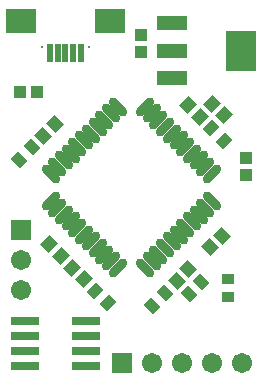
<source format=gts>
G04 Layer_Color=8388736*
%FSLAX25Y25*%
%MOIN*%
G70*
G01*
G75*
%ADD41R,0.10249X0.04737*%
%ADD42R,0.10249X0.13792*%
%ADD43R,0.09461X0.03162*%
G04:AMPARAMS|DCode=44|XSize=29.65mil|YSize=76.9mil|CornerRadius=0mil|HoleSize=0mil|Usage=FLASHONLY|Rotation=135.000|XOffset=0mil|YOffset=0mil|HoleType=Round|Shape=Round|*
%AMOVALD44*
21,1,0.04724,0.02965,0.00000,0.00000,225.0*
1,1,0.02965,0.01670,0.01670*
1,1,0.02965,-0.01670,-0.01670*
%
%ADD44OVALD44*%

G04:AMPARAMS|DCode=45|XSize=29.65mil|YSize=76.9mil|CornerRadius=0mil|HoleSize=0mil|Usage=FLASHONLY|Rotation=225.000|XOffset=0mil|YOffset=0mil|HoleType=Round|Shape=Round|*
%AMOVALD45*
21,1,0.04724,0.02965,0.00000,0.00000,315.0*
1,1,0.02965,-0.01670,0.01670*
1,1,0.02965,0.01670,-0.01670*
%
%ADD45OVALD45*%

G04:AMPARAMS|DCode=46|XSize=43.43mil|YSize=35.56mil|CornerRadius=0mil|HoleSize=0mil|Usage=FLASHONLY|Rotation=315.000|XOffset=0mil|YOffset=0mil|HoleType=Round|Shape=Rectangle|*
%AMROTATEDRECTD46*
4,1,4,-0.02793,0.00278,-0.00278,0.02793,0.02793,-0.00278,0.00278,-0.02793,-0.02793,0.00278,0.0*
%
%ADD46ROTATEDRECTD46*%

G04:AMPARAMS|DCode=47|XSize=43.43mil|YSize=35.56mil|CornerRadius=0mil|HoleSize=0mil|Usage=FLASHONLY|Rotation=45.000|XOffset=0mil|YOffset=0mil|HoleType=Round|Shape=Rectangle|*
%AMROTATEDRECTD47*
4,1,4,-0.00278,-0.02793,-0.02793,-0.00278,0.00278,0.02793,0.02793,0.00278,-0.00278,-0.02793,0.0*
%
%ADD47ROTATEDRECTD47*%

%ADD48R,0.04343X0.03556*%
%ADD49R,0.09855X0.08280*%
%ADD50R,0.02375X0.06312*%
%ADD51R,0.03950X0.04343*%
%ADD52R,0.04343X0.03950*%
G04:AMPARAMS|DCode=53|XSize=43.43mil|YSize=39.5mil|CornerRadius=0mil|HoleSize=0mil|Usage=FLASHONLY|Rotation=225.000|XOffset=0mil|YOffset=0mil|HoleType=Round|Shape=Rectangle|*
%AMROTATEDRECTD53*
4,1,4,0.00139,0.02932,0.02932,0.00139,-0.00139,-0.02932,-0.02932,-0.00139,0.00139,0.02932,0.0*
%
%ADD53ROTATEDRECTD53*%

G04:AMPARAMS|DCode=54|XSize=43.43mil|YSize=39.5mil|CornerRadius=0mil|HoleSize=0mil|Usage=FLASHONLY|Rotation=315.000|XOffset=0mil|YOffset=0mil|HoleType=Round|Shape=Rectangle|*
%AMROTATEDRECTD54*
4,1,4,-0.02932,0.00139,-0.00139,0.02932,0.02932,-0.00139,0.00139,-0.02932,-0.02932,0.00139,0.0*
%
%ADD54ROTATEDRECTD54*%

%ADD55R,0.06706X0.06706*%
%ADD56C,0.06706*%
%ADD57C,0.00800*%
%ADD58R,0.06706X0.06706*%
D41*
X353576Y678234D02*
D03*
Y669179D02*
D03*
Y660124D02*
D03*
D42*
X376411Y669179D02*
D03*
D43*
X324830Y564179D02*
D03*
Y569179D02*
D03*
Y574179D02*
D03*
Y579179D02*
D03*
X304358Y564179D02*
D03*
Y569179D02*
D03*
Y574179D02*
D03*
Y579179D02*
D03*
D44*
X335307Y596691D02*
D03*
X333080Y598918D02*
D03*
X330853Y601145D02*
D03*
X328626Y603372D02*
D03*
X326399Y605599D02*
D03*
X324172Y607826D02*
D03*
X321945Y610053D02*
D03*
X319718Y612280D02*
D03*
X317491Y614507D02*
D03*
X315263Y616735D02*
D03*
X313036Y618962D02*
D03*
X344494Y650420D02*
D03*
X346721Y648193D02*
D03*
X348948Y645965D02*
D03*
X351175Y643738D02*
D03*
X353403Y641511D02*
D03*
X355630Y639284D02*
D03*
X357857Y637057D02*
D03*
X360084Y634830D02*
D03*
X362311Y632603D02*
D03*
X364538Y630376D02*
D03*
X366765Y628149D02*
D03*
D45*
X313036D02*
D03*
X315263Y630376D02*
D03*
X317491Y632603D02*
D03*
X319718Y634830D02*
D03*
X321945Y637057D02*
D03*
X324172Y639284D02*
D03*
X326399Y641511D02*
D03*
X328626Y643738D02*
D03*
X330853Y645965D02*
D03*
X333080Y648193D02*
D03*
X335307Y650420D02*
D03*
X366765Y618962D02*
D03*
X364538Y616735D02*
D03*
X362311Y614507D02*
D03*
X360084Y612280D02*
D03*
X357857Y610053D02*
D03*
X355630Y607826D02*
D03*
X353403Y605599D02*
D03*
X351175Y603372D02*
D03*
X348948Y601145D02*
D03*
X346721Y598918D02*
D03*
X344494Y596691D02*
D03*
D46*
X306682Y636867D02*
D03*
X302506Y632691D02*
D03*
X363282Y592167D02*
D03*
X359106Y587991D02*
D03*
X351082Y588367D02*
D03*
X346906Y584191D02*
D03*
D47*
X366506Y643367D02*
D03*
X370682Y639191D02*
D03*
X327906Y589167D02*
D03*
X332082Y584991D02*
D03*
D48*
X372194Y592932D02*
D03*
Y587026D02*
D03*
D49*
X332658Y678868D02*
D03*
X303130D02*
D03*
D50*
X312776Y668435D02*
D03*
X315335D02*
D03*
X317894D02*
D03*
X320453D02*
D03*
X323012D02*
D03*
D51*
X308450Y655479D02*
D03*
X302938D02*
D03*
D52*
X378194Y627723D02*
D03*
Y633235D02*
D03*
X342994Y674335D02*
D03*
Y668823D02*
D03*
D53*
X324142Y592930D02*
D03*
X320245Y596828D02*
D03*
X362742Y647130D02*
D03*
X358845Y651027D02*
D03*
X312445Y604628D02*
D03*
X316342Y600730D02*
D03*
X370842Y647530D02*
D03*
X366945Y651428D02*
D03*
D54*
X314342Y644527D02*
D03*
X310445Y640630D02*
D03*
X366245Y603530D02*
D03*
X370142Y607428D02*
D03*
X358942Y596228D02*
D03*
X355045Y592330D02*
D03*
D55*
X302994Y609479D02*
D03*
D56*
Y599479D02*
D03*
Y589479D02*
D03*
X376894Y565079D02*
D03*
X366894D02*
D03*
X356894D02*
D03*
X346894D02*
D03*
D57*
X310020Y670403D02*
D03*
X325768D02*
D03*
D58*
X336894Y565079D02*
D03*
M02*

</source>
